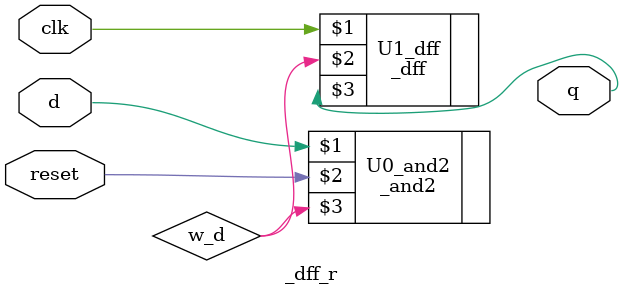
<source format=v>
module _dff_r(clk,reset,d,q);
	input clk,reset,d;
	output q;
	
	wire w_d;
	
	_and2 U0_and2(d,reset,w_d);//for reset implement
	_dff U1_dff(clk,w_d,q);
endmodule
</source>
